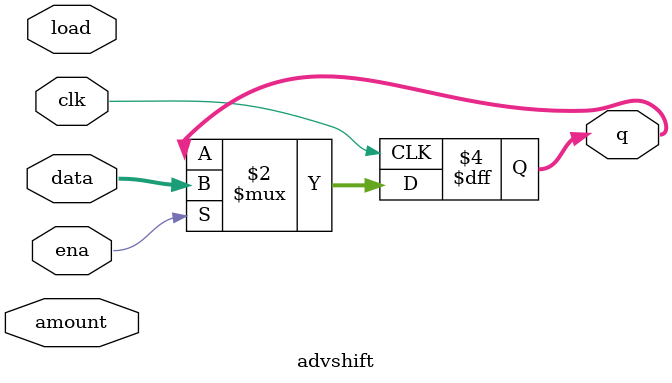
<source format=v>
module advshift(input clk,
input load,
input ena,
input [1:0] amount,
input [63:0] data,
output reg [63:0] q); 
// when load is high, assign data[63:0] to shift register q.
// if ena is high, shift q.
// amount: Chooses which direction and how much to shift.
// 2'b00: shift left by 1 bit.
// 2'b01: shift left by 8 bits.
// 2'b10: shift right by 1 bit.
// 2'b11: shift right by 8 bits.


always @(posedge clk) begin
  if(ena) begin
    q <= data;
  end
end
endmodule

</source>
